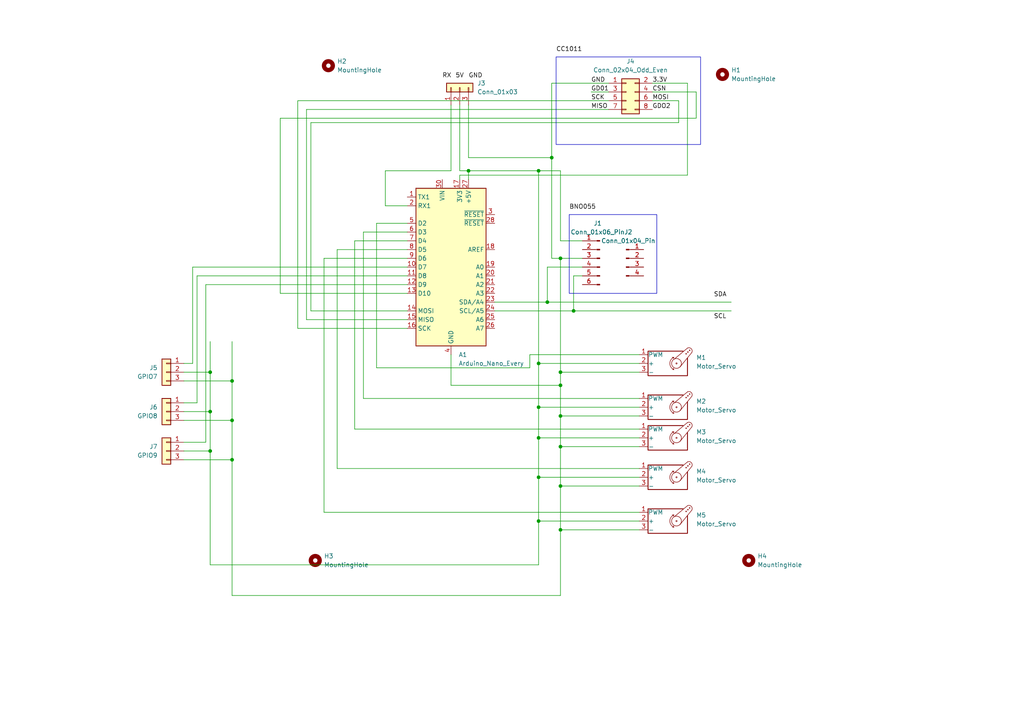
<source format=kicad_sch>
(kicad_sch (version 20231120) (generator "eeschema") (generator_version "8.0")
  (paper "A4")
  (lib_symbols
    (symbol "Connector:Conn_01x04_Pin" (pin_names (offset 1.016) hide)
      (property "Reference" "J" (at 0 5.08 0))
      (property "Value" "Conn_01x04_Pin" (at 0 -7.62 0))
      (symbol "Conn_01x04_Pin_1_1"
        (polyline (pts (xy 1.27 -5.08) (xy 0.8636 -5.08)) (stroke (width 0.1524)))
        (polyline (pts (xy 1.27 -2.54) (xy 0.8636 -2.54)) (stroke (width 0.1524)))
        (polyline (pts (xy 1.27 0) (xy 0.8636 0)) (stroke (width 0.1524)))
        (polyline (pts (xy 1.27 2.54) (xy 0.8636 2.54)) (stroke (width 0.1524)))
        (rectangle (start 0.8636 -4.953) (end 0 -5.207) (stroke (width 0.1524)) (fill (type outline)))
        (rectangle (start 0.8636 -2.413) (end 0 -2.667) (stroke (width 0.1524)) (fill (type outline)))
        (rectangle (start 0.8636 0.127) (end 0 -0.127) (stroke (width 0.1524)) (fill (type outline)))
        (rectangle (start 0.8636 2.667) (end 0 2.413) (stroke (width 0.1524)) (fill (type outline)))
        (pin passive line (at 5.08 2.54 180) (length 3.81) (name "Pin_1") (number "1"))
        (pin passive line (at 5.08 0 180) (length 3.81) (name "Pin_2") (number "2"))
        (pin passive line (at 5.08 -2.54 180) (length 3.81) (name "Pin_3") (number "3"))
        (pin passive line (at 5.08 -5.08 180) (length 3.81) (name "Pin_4") (number "4"))
      )
    )
    (symbol "Connector:Conn_01x06_Pin" (pin_names (offset 1.016) hide)
      (property "Reference" "J" (at 0 7.62 0))
      (property "Value" "Conn_01x06_Pin" (at 0 -10.16 0))
      (symbol "Conn_01x06_Pin_1_1"
        (polyline (pts (xy 1.27 -7.62) (xy 0.8636 -7.62)) (stroke (width 0.1524)))
        (polyline (pts (xy 1.27 -5.08) (xy 0.8636 -5.08)) (stroke (width 0.1524)))
        (polyline (pts (xy 1.27 -2.54) (xy 0.8636 -2.54)) (stroke (width 0.1524)))
        (polyline (pts (xy 1.27 0) (xy 0.8636 0)) (stroke (width 0.1524)))
        (polyline (pts (xy 1.27 2.54) (xy 0.8636 2.54)) (stroke (width 0.1524)))
        (polyline (pts (xy 1.27 5.08) (xy 0.8636 5.08)) (stroke (width 0.1524)))
        (rectangle (start 0.8636 -7.493) (end 0 -7.747) (stroke (width 0.1524)) (fill (type outline)))
        (rectangle (start 0.8636 -4.953) (end 0 -5.207) (stroke (width 0.1524)) (fill (type outline)))
        (rectangle (start 0.8636 -2.413) (end 0 -2.667) (stroke (width 0.1524)) (fill (type outline)))
        (rectangle (start 0.8636 0.127) (end 0 -0.127) (stroke (width 0.1524)) (fill (type outline)))
        (rectangle (start 0.8636 2.667) (end 0 2.413) (stroke (width 0.1524)) (fill (type outline)))
        (rectangle (start 0.8636 5.207) (end 0 4.953) (stroke (width 0.1524)) (fill (type outline)))
        (pin passive line (at 5.08 5.08 180) (length 3.81) (name "Pin_1") (number "1"))
        (pin passive line (at 5.08 2.54 180) (length 3.81) (name "Pin_2") (number "2"))
        (pin passive line (at 5.08 0 180) (length 3.81) (name "Pin_3") (number "3"))
        (pin passive line (at 5.08 -2.54 180) (length 3.81) (name "Pin_4") (number "4"))
        (pin passive line (at 5.08 -5.08 180) (length 3.81) (name "Pin_5") (number "5"))
        (pin passive line (at 5.08 -7.62 180) (length 3.81) (name "Pin_6") (number "6"))
      )
    )
    (symbol "Connector_Generic:Conn_01x03" (pin_names (offset 1.016) hide)
      (property "Reference" "J" (at 0 5.08 0))
      (property "Value" "Conn_01x03" (at 0 -5.08 0))
      (symbol "Conn_01x03_1_1"
        (rectangle (start -1.27 -2.413) (end 0 -2.667) (stroke (width 0.1524)))
        (rectangle (start -1.27 0.127) (end 0 -0.127) (stroke (width 0.1524)))
        (rectangle (start -1.27 2.667) (end 0 2.413) (stroke (width 0.1524)))
        (rectangle (start -1.27 3.81) (end 1.27 -3.81) (stroke (width 0.254)) (fill (type background)))
        (pin passive line (at -5.08 2.54 0) (length 3.81) (name "Pin_1") (number "1"))
        (pin passive line (at -5.08 0 0) (length 3.81) (name "Pin_2") (number "2"))
        (pin passive line (at -5.08 -2.54 0) (length 3.81) (name "Pin_3") (number "3"))
      )
    )
    (symbol "Connector_Generic:Conn_02x04_Odd_Even" (pin_names (offset 1.016) hide)
      (property "Reference" "J" (at 1.27 5.08 0))
      (property "Value" "Conn_02x04_Odd_Even" (at 1.27 -7.62 0))
      (symbol "Conn_02x04_Odd_Even_1_1"
        (rectangle (start -1.27 -4.953) (end 0 -5.207) (stroke (width 0.1524)))
        (rectangle (start -1.27 -2.413) (end 0 -2.667) (stroke (width 0.1524)))
        (rectangle (start -1.27 0.127) (end 0 -0.127) (stroke (width 0.1524)))
        (rectangle (start -1.27 2.667) (end 0 2.413) (stroke (width 0.1524)))
        (rectangle (start -1.27 3.81) (end 3.81 -6.35) (stroke (width 0.254)) (fill (type background)))
        (rectangle (start 3.81 -4.953) (end 2.54 -5.207) (stroke (width 0.1524)))
        (rectangle (start 3.81 -2.413) (end 2.54 -2.667) (stroke (width 0.1524)))
        (rectangle (start 3.81 0.127) (end 2.54 -0.127) (stroke (width 0.1524)))
        (rectangle (start 3.81 2.667) (end 2.54 2.413) (stroke (width 0.1524)))
        (pin passive line (at -5.08 2.54 0) (length 3.81) (name "Pin_1") (number "1"))
        (pin passive line (at 7.62 2.54 180) (length 3.81) (name "Pin_2") (number "2"))
        (pin passive line (at -5.08 0 0) (length 3.81) (name "Pin_3") (number "3"))
        (pin passive line (at 7.62 0 180) (length 3.81) (name "Pin_4") (number "4"))
        (pin passive line (at -5.08 -2.54 0) (length 3.81) (name "Pin_5") (number "5"))
        (pin passive line (at 7.62 -2.54 180) (length 3.81) (name "Pin_6") (number "6"))
        (pin passive line (at -5.08 -5.08 0) (length 3.81) (name "Pin_7") (number "7"))
        (pin passive line (at 7.62 -5.08 180) (length 3.81) (name "Pin_8") (number "8"))
      )
    )
    (symbol "MCU_Module:Arduino_Nano_Every"
      (property "Reference" "A" (at -10.16 23.495 0))
      (property "Value" "Arduino_Nano_Every" (at 5.08 -24.13 0))
      (symbol "Arduino_Nano_Every_0_1"
        (rectangle (start -10.16 22.86) (end 10.16 -22.86) (stroke (width 0.254)) (fill (type background)))
      )
      (symbol "Arduino_Nano_Every_1_1"
        (pin bidirectional line (at -12.7 20.32 0) (length 2.54) (name "TX1") (number "1"))
        (pin bidirectional line (at -12.7 0 0) (length 2.54) (name "D7") (number "10"))
        (pin bidirectional line (at -12.7 -2.54 0) (length 2.54) (name "D8") (number "11"))
        (pin bidirectional line (at -12.7 -5.08 0) (length 2.54) (name "D9") (number "12"))
        (pin bidirectional line (at -12.7 -7.62 0) (length 2.54) (name "D10") (number "13"))
        (pin bidirectional line (at -12.7 -12.7 0) (length 2.54) (name "MOSI") (number "14"))
        (pin bidirectional line (at -12.7 -15.24 0) (length 2.54) (name "MISO") (number "15"))
        (pin bidirectional line (at -12.7 -17.78 0) (length 2.54) (name "SCK") (number "16"))
        (pin power_out line (at 2.54 25.4 270) (length 2.54) (name "3V3") (number "17"))
        (pin input line (at 12.7 5.08 180) (length 2.54) (name "AREF") (number "18"))
        (pin bidirectional line (at 12.7 0 180) (length 2.54) (name "A0") (number "19"))
        (pin bidirectional line (at -12.7 17.78 0) (length 2.54) (name "RX1") (number "2"))
        (pin bidirectional line (at 12.7 -2.54 180) (length 2.54) (name "A1") (number "20"))
        (pin bidirectional line (at 12.7 -5.08 180) (length 2.54) (name "A2") (number "21"))
        (pin bidirectional line (at 12.7 -7.62 180) (length 2.54) (name "A3") (number "22"))
        (pin bidirectional line (at 12.7 -10.16 180) (length 2.54) (name "SDA/A4") (number "23"))
        (pin bidirectional line (at 12.7 -12.7 180) (length 2.54) (name "SCL/A5") (number "24"))
        (pin bidirectional line (at 12.7 -15.24 180) (length 2.54) (name "A6") (number "25"))
        (pin bidirectional line (at 12.7 -17.78 180) (length 2.54) (name "A7") (number "26"))
        (pin power_out line (at 5.08 25.4 270) (length 2.54) (name "+5V") (number "27"))
        (pin input line (at 12.7 12.7 180) (length 2.54) (name "~{RESET}") (number "28"))
        (pin passive line (at 0 -25.4 90) (length 2.54) hide (name "GND") (number "29"))
        (pin input line (at 12.7 15.24 180) (length 2.54) (name "~{RESET}") (number "3"))
        (pin power_in line (at -2.54 25.4 270) (length 2.54) (name "VIN") (number "30"))
        (pin power_in line (at 0 -25.4 90) (length 2.54) (name "GND") (number "4"))
        (pin bidirectional line (at -12.7 12.7 0) (length 2.54) (name "D2") (number "5"))
        (pin bidirectional line (at -12.7 10.16 0) (length 2.54) (name "D3") (number "6"))
        (pin bidirectional line (at -12.7 7.62 0) (length 2.54) (name "D4") (number "7"))
        (pin bidirectional line (at -12.7 5.08 0) (length 2.54) (name "D5") (number "8"))
        (pin bidirectional line (at -12.7 2.54 0) (length 2.54) (name "D6") (number "9"))
      )
    )
    (symbol "Mechanical:MountingHole" (pin_names (offset 1.016)) (exclude_from_sim yes) (in_bom no)
      (property "Reference" "H" (at 0 5.08 0))
      (property "Value" "MountingHole" (at 0 3.175 0))
      (symbol "MountingHole_0_1"
        (circle (center 0 0) (radius 1.27) (stroke (width 1.27)))
      )
    )
    (symbol "Motor:Motor_Servo" (pin_names (offset 0.0254))
      (property "Reference" "M" (at -5.08 4.445 0))
      (property "Value" "Motor_Servo" (at -5.08 -4.064 0))
      (symbol "Motor_Servo_0_1"
        (polyline (pts (xy 2.413 -1.778) (xy 2.032 -1.778)))
        (polyline (pts (xy 2.413 -1.778) (xy 2.286 -1.397)))
        (polyline (pts (xy 2.413 1.778) (xy 1.905 1.778)))
        (polyline (pts (xy 2.413 1.778) (xy 2.286 1.397)))
        (polyline (pts (xy 6.35 4.445) (xy 2.54 1.27)))
        (polyline (pts (xy 7.62 3.175) (xy 4.191 -1.016)))
        (polyline (pts (xy 5.08 3.556) (xy -5.08 3.556) (xy -5.08 -3.556) (xy 6.35 -3.556) (xy 6.35 1.524)) (stroke (width 0.254)))
        (arc (start 2.413 1.778) (mid 1.2406 0) (end 2.413 -1.778))
        (circle (center 3.175 0) (radius 0.1778))
        (circle (center 3.175 0) (radius 1.4224))
        (circle (center 5.969 2.794) (radius 0.127))
        (circle (center 6.477 3.302) (radius 0.127))
        (circle (center 6.985 3.81) (radius 0.127))
        (arc (start 7.62 3.175) (mid 7.4485 4.2735) (end 6.35 4.445))
      )
      (symbol "Motor_Servo_1_1"
        (pin passive line (at -7.62 2.54 0) (length 2.54) (name "PWM") (number "1"))
        (pin passive line (at -7.62 0 0) (length 2.54) (name "+") (number "2"))
        (pin passive line (at -7.62 -2.54 0) (length 2.54) (name "-") (number "3"))
      )
    )
  )
  (junction (at 60.96 119.38))
  (junction (at 60.96 130.81))
  (junction (at 166.37 90.17))
  (junction (at 160.02 45.72))
  (junction (at 162.56 74.93))
  (junction (at 67.31 133.35))
  (junction (at 162.56 107.95))
  (junction (at 162.56 153.67))
  (junction (at 135.89 49.53))
  (junction (at 156.21 138.43))
  (junction (at 158.75 87.63))
  (junction (at 156.21 151.13))
  (junction (at 60.96 107.95))
  (junction (at 162.56 111.76))
  (junction (at 156.21 49.53))
  (junction (at 162.56 129.54))
  (junction (at 162.56 120.65))
  (junction (at 162.56 140.97))
  (junction (at 67.31 121.92))
  (junction (at 156.21 105.41))
  (junction (at 156.21 127))
  (junction (at 67.31 110.49))
  (junction (at 156.21 118.11))
  (wire (pts (xy 86.36 95.25) (xy 86.36 29.21)))
  (wire (pts (xy 130.81 30.48) (xy 130.81 49.53)))
  (wire (pts (xy 156.21 49.53) (xy 135.89 49.53)))
  (wire (pts (xy 60.96 119.38) (xy 60.96 130.81)))
  (wire (pts (xy 156.21 151.13) (xy 185.42 151.13)))
  (wire (pts (xy 156.21 127) (xy 156.21 138.43)))
  (wire (pts (xy 118.11 90.17) (xy 90.17 90.17)))
  (wire (pts (xy 130.81 49.53) (xy 111.76 49.53)))
  (wire (pts (xy 162.56 140.97) (xy 185.42 140.97)))
  (wire (pts (xy 185.42 115.57) (xy 105.41 115.57)))
  (wire (pts (xy 130.81 102.87) (xy 130.81 111.76)))
  (wire (pts (xy 189.23 24.13) (xy 199.39 24.13)))
  (wire (pts (xy 162.56 129.54) (xy 162.56 140.97)))
  (wire (pts (xy 133.35 50.8) (xy 199.39 50.8)))
  (wire (pts (xy 55.88 77.47) (xy 118.11 77.47)))
  (wire (pts (xy 53.34 119.38) (xy 60.96 119.38)))
  (wire (pts (xy 162.56 49.53) (xy 162.56 69.85)))
  (wire (pts (xy 162.56 172.72) (xy 67.31 172.72)))
  (wire (pts (xy 156.21 118.11) (xy 156.21 127)))
  (wire (pts (xy 156.21 118.11) (xy 185.42 118.11)))
  (wire (pts (xy 162.56 69.85) (xy 168.91 69.85)))
  (wire (pts (xy 53.34 121.92) (xy 67.31 121.92)))
  (wire (pts (xy 196.85 35.56) (xy 196.85 29.21)))
  (wire (pts (xy 133.35 49.53) (xy 135.89 49.53)))
  (wire (pts (xy 156.21 127) (xy 185.42 127)))
  (wire (pts (xy 97.79 72.39) (xy 118.11 72.39)))
  (wire (pts (xy 90.17 35.56) (xy 196.85 35.56)))
  (wire (pts (xy 90.17 90.17) (xy 90.17 35.56)))
  (wire (pts (xy 196.85 29.21) (xy 189.23 29.21)))
  (wire (pts (xy 162.56 153.67) (xy 162.56 172.72)))
  (wire (pts (xy 67.31 133.35) (xy 67.31 172.72)))
  (wire (pts (xy 201.93 26.67) (xy 189.23 26.67)))
  (wire (pts (xy 60.96 130.81) (xy 60.96 163.83)))
  (wire (pts (xy 105.41 115.57) (xy 105.41 67.31)))
  (wire (pts (xy 160.02 45.72) (xy 135.89 45.72)))
  (wire (pts (xy 171.45 26.67) (xy 176.53 26.67)))
  (wire (pts (xy 57.15 80.01) (xy 118.11 80.01)))
  (wire (pts (xy 53.34 107.95) (xy 60.96 107.95)))
  (wire (pts (xy 53.34 130.81) (xy 60.96 130.81)))
  (wire (pts (xy 59.69 128.27) (xy 59.69 82.55)))
  (wire (pts (xy 162.56 153.67) (xy 185.42 153.67)))
  (wire (pts (xy 55.88 105.41) (xy 55.88 77.47)))
  (wire (pts (xy 130.81 111.76) (xy 162.56 111.76)))
  (wire (pts (xy 81.28 85.09) (xy 81.28 34.29)))
  (wire (pts (xy 57.15 80.01) (xy 57.15 116.84)))
  (wire (pts (xy 160.02 74.93) (xy 162.56 74.93)))
  (wire (pts (xy 88.9 31.75) (xy 88.9 92.71)))
  (wire (pts (xy 81.28 34.29) (xy 201.93 34.29)))
  (wire (pts (xy 133.35 30.48) (xy 133.35 49.53)))
  (wire (pts (xy 153.67 102.87) (xy 185.42 102.87)))
  (wire (pts (xy 53.34 110.49) (xy 67.31 110.49)))
  (wire (pts (xy 156.21 138.43) (xy 185.42 138.43)))
  (wire (pts (xy 158.75 77.47) (xy 168.91 77.47)))
  (wire (pts (xy 133.35 52.07) (xy 133.35 50.8)))
  (wire (pts (xy 53.34 128.27) (xy 59.69 128.27)))
  (wire (pts (xy 162.56 74.93) (xy 162.56 107.95)))
  (wire (pts (xy 199.39 50.8) (xy 199.39 24.13)))
  (wire (pts (xy 135.89 30.48) (xy 135.89 45.72)))
  (wire (pts (xy 158.75 87.63) (xy 212.09 87.63)))
  (wire (pts (xy 153.67 102.87) (xy 153.67 106.68)))
  (wire (pts (xy 111.76 49.53) (xy 111.76 59.69)))
  (wire (pts (xy 97.79 135.89) (xy 97.79 72.39)))
  (wire (pts (xy 162.56 129.54) (xy 185.42 129.54)))
  (wire (pts (xy 109.22 64.77) (xy 118.11 64.77)))
  (wire (pts (xy 166.37 90.17) (xy 166.37 80.01)))
  (wire (pts (xy 143.51 87.63) (xy 158.75 87.63)))
  (wire (pts (xy 143.51 90.17) (xy 166.37 90.17)))
  (wire (pts (xy 162.56 140.97) (xy 162.56 153.67)))
  (wire (pts (xy 162.56 49.53) (xy 156.21 49.53)))
  (wire (pts (xy 109.22 64.77) (xy 109.22 106.68)))
  (wire (pts (xy 185.42 148.59) (xy 93.98 148.59)))
  (wire (pts (xy 67.31 110.49) (xy 67.31 121.92)))
  (wire (pts (xy 162.56 107.95) (xy 162.56 111.76)))
  (wire (pts (xy 67.31 99.06) (xy 67.31 110.49)))
  (wire (pts (xy 166.37 90.17) (xy 212.09 90.17)))
  (wire (pts (xy 111.76 59.69) (xy 118.11 59.69)))
  (wire (pts (xy 67.31 121.92) (xy 67.31 133.35)))
  (wire (pts (xy 59.69 82.55) (xy 118.11 82.55)))
  (wire (pts (xy 162.56 120.65) (xy 162.56 129.54)))
  (wire (pts (xy 158.75 87.63) (xy 158.75 77.47)))
  (wire (pts (xy 88.9 31.75) (xy 176.53 31.75)))
  (wire (pts (xy 162.56 111.76) (xy 162.56 120.65)))
  (wire (pts (xy 53.34 133.35) (xy 67.31 133.35)))
  (wire (pts (xy 160.02 24.13) (xy 160.02 45.72)))
  (wire (pts (xy 60.96 107.95) (xy 60.96 119.38)))
  (wire (pts (xy 60.96 99.06) (xy 60.96 107.95)))
  (wire (pts (xy 185.42 124.46) (xy 102.87 124.46)))
  (wire (pts (xy 162.56 120.65) (xy 185.42 120.65)))
  (wire (pts (xy 88.9 92.71) (xy 118.11 92.71)))
  (wire (pts (xy 135.89 49.53) (xy 135.89 52.07)))
  (wire (pts (xy 160.02 45.72) (xy 160.02 74.93)))
  (wire (pts (xy 102.87 69.85) (xy 118.11 69.85)))
  (wire (pts (xy 201.93 34.29) (xy 201.93 26.67)))
  (wire (pts (xy 185.42 135.89) (xy 97.79 135.89)))
  (wire (pts (xy 162.56 74.93) (xy 168.91 74.93)))
  (wire (pts (xy 156.21 138.43) (xy 156.21 151.13)))
  (wire (pts (xy 176.53 24.13) (xy 160.02 24.13)))
  (wire (pts (xy 105.41 67.31) (xy 118.11 67.31)))
  (wire (pts (xy 102.87 124.46) (xy 102.87 69.85)))
  (wire (pts (xy 93.98 74.93) (xy 118.11 74.93)))
  (wire (pts (xy 118.11 85.09) (xy 81.28 85.09)))
  (wire (pts (xy 166.37 80.01) (xy 168.91 80.01)))
  (wire (pts (xy 156.21 105.41) (xy 156.21 118.11)))
  (wire (pts (xy 156.21 105.41) (xy 185.42 105.41)))
  (wire (pts (xy 86.36 29.21) (xy 176.53 29.21)))
  (wire (pts (xy 86.36 95.25) (xy 118.11 95.25)))
  (wire (pts (xy 109.22 106.68) (xy 153.67 106.68)))
  (wire (pts (xy 162.56 107.95) (xy 185.42 107.95)))
  (wire (pts (xy 156.21 151.13) (xy 156.21 163.83)))
  (wire (pts (xy 93.98 74.93) (xy 93.98 148.59)))
  (wire (pts (xy 53.34 116.84) (xy 57.15 116.84)))
  (wire (pts (xy 156.21 163.83) (xy 60.96 163.83)))
  (wire (pts (xy 53.34 105.41) (xy 55.88 105.41)))
  (wire (pts (xy 156.21 49.53) (xy 156.21 105.41)))
  (rectangle (start 165.1 62.23) (end 190.5 85.09))
  (rectangle (start 161.29 16.51) (end 203.2 41.91))
  (label "SCL" (at 207.01 92.71 0))
  (label "GD01" (at 171.45 26.67 0))
  (label "MISO" (at 171.45 31.75 0))
  (label "CC1011" (at 161.29 15.24 0))
  (label "BNO055" (at 165.1 60.96 0))
  (label "CSN" (at 189.23 26.67 0))
  (label "5V" (at 132.08 22.86 0))
  (label "GND" (at 135.89 22.86 0))
  (label "GND" (at 171.45 24.13 0))
  (label "SCK" (at 171.45 29.21 0))
  (label "GDO2" (at 189.23 31.75 0))
  (label "3.3V" (at 189.23 24.13 0))
  (label "RX" (at 128.27 22.86 0))
  (label "SDA" (at 207.01 86.36 0))
  (label "MOSI" (at 189.23 29.21 0))
  (symbol (lib_id "Mechanical:MountingHole") (at 217.17 162.56 0) (unit 1) (exclude_from_sim yes) (in_bom no)
    (property "Reference" "H4" (at 219.71 161.2899 0) (effects (justify left)))
    (property "Value" "MountingHole" (at 219.71 163.8299 0) (effects (justify left)))
    (property "Footprint" "MountingHole:MountingHole_3mm" (effects (hide yes)))
    (property "Description" "Mounting Hole without connection" (effects (hide yes)))
  )
  (symbol (lib_id "Connector_Generic:Conn_01x03") (at 48.26 119.38 0) (mirror y) (unit 1)
    (property "Reference" "J6" (at 45.72 118.1099 0) (effects (justify left)))
    (property "Value" "GPIO8" (at 45.72 120.6499 0) (effects (justify left)))
    (property "Footprint" "Connector_PinHeader_2.54mm:PinHeader_1x03_P2.54mm_Vertical" (effects (hide yes)))
    (property "Description" "Generic connector, single row, 01x03, script generated (kicad-library-utils/schlib/autogen/connector/)" (effects (hide yes)))
  )
  (symbol (lib_id "Motor:Motor_Servo") (at 193.04 118.11 0) (unit 1)
    (property "Reference" "M2" (at 201.93 116.4065 0) (effects (justify left)))
    (property "Value" "Motor_Servo" (at 201.93 118.9465 0) (effects (justify left)))
    (property "Footprint" "Connector_PinHeader_2.54mm:PinHeader_1x03_P2.54mm_Vertical" (effects (hide yes)))
    (property "Datasheet" "http://forums.parallax.com/uploads/attachments/46831/74481.png" (effects (hide yes)))
    (property "Description" "Servo Motor (Futaba, HiTec, JR connector)" (effects (hide yes)))
  )
  (symbol (lib_id "Connector_Generic:Conn_01x03") (at 48.26 107.95 0) (mirror y) (unit 1)
    (property "Reference" "J5" (at 45.72 106.6799 0) (effects (justify left)))
    (property "Value" "GPIO7" (at 45.72 109.2199 0) (effects (justify left)))
    (property "Footprint" "Connector_PinHeader_2.54mm:PinHeader_1x03_P2.54mm_Vertical" (effects (hide yes)))
    (property "Description" "Generic connector, single row, 01x03, script generated (kicad-library-utils/schlib/autogen/connector/)" (effects (hide yes)))
  )
  (symbol (lib_id "Connector_Generic:Conn_02x04_Odd_Even") (at 181.61 26.67 0) (unit 1)
    (property "Reference" "J4" (at 182.88 17.78 0))
    (property "Value" "Conn_02x04_Odd_Even" (at 182.88 20.32 0))
    (property "Footprint" "Connector_PinSocket_2.54mm:PinSocket_2x04_P2.54mm_Vertical" (effects (hide yes)))
    (property "Description" "Generic connector, double row, 02x04, odd/even pin numbering scheme (row 1 odd numbers, row 2 even numbers), script generated (kicad-library-utils/schlib/autogen/connector/)" (effects (hide yes)))
  )
  (symbol (lib_id "Connector:Conn_01x04_Pin") (at 181.61 74.93 0) (unit 1)
    (property "Reference" "J2" (at 182.245 67.31 0))
    (property "Value" "Conn_01x04_Pin" (at 182.245 69.85 0))
    (property "Footprint" "Connector_PinSocket_2.54mm:PinSocket_1x04_P2.54mm_Vertical" (effects (hide yes)))
    (property "Description" "Generic connector, single row, 01x04, script generated" (effects (hide yes)))
  )
  (symbol (lib_id "Motor:Motor_Servo") (at 193.04 151.13 0) (unit 1)
    (property "Reference" "M5" (at 201.93 149.4265 0) (effects (justify left)))
    (property "Value" "Motor_Servo" (at 201.93 151.9665 0) (effects (justify left)))
    (property "Footprint" "Connector_PinHeader_2.54mm:PinHeader_1x03_P2.54mm_Vertical" (effects (hide yes)))
    (property "Datasheet" "http://forums.parallax.com/uploads/attachments/46831/74481.png" (effects (hide yes)))
    (property "Description" "Servo Motor (Futaba, HiTec, JR connector)" (effects (hide yes)))
  )
  (symbol (lib_id "Mechanical:MountingHole") (at 91.44 162.56 0) (unit 1) (exclude_from_sim yes) (in_bom no)
    (property "Reference" "H3" (at 93.98 161.2899 0) (effects (justify left)))
    (property "Value" "MountingHole" (at 93.98 163.8299 0) (effects (justify left)))
    (property "Footprint" "MountingHole:MountingHole_3mm" (effects (hide yes)))
    (property "Description" "Mounting Hole without connection" (effects (hide yes)))
  )
  (symbol (lib_id "Motor:Motor_Servo") (at 193.04 105.41 0) (unit 1)
    (property "Reference" "M1" (at 201.93 103.7065 0) (effects (justify left)))
    (property "Value" "Motor_Servo" (at 201.93 106.2465 0) (effects (justify left)))
    (property "Footprint" "Connector_PinHeader_2.54mm:PinHeader_1x03_P2.54mm_Vertical" (effects (hide yes)))
    (property "Datasheet" "http://forums.parallax.com/uploads/attachments/46831/74481.png" (effects (hide yes)))
    (property "Description" "Servo Motor (Futaba, HiTec, JR connector)" (effects (hide yes)))
  )
  (symbol (lib_id "Mechanical:MountingHole") (at 95.25 19.05 0) (unit 1) (exclude_from_sim yes) (in_bom no)
    (property "Reference" "H2" (at 97.79 17.7799 0) (effects (justify left)))
    (property "Value" "MountingHole" (at 97.79 20.3199 0) (effects (justify left)))
    (property "Footprint" "MountingHole:MountingHole_3mm" (effects (hide yes)))
    (property "Description" "Mounting Hole without connection" (effects (hide yes)))
  )
  (symbol (lib_id "Motor:Motor_Servo") (at 193.04 127 0) (unit 1)
    (property "Reference" "M3" (at 201.93 125.2965 0) (effects (justify left)))
    (property "Value" "Motor_Servo" (at 201.93 127.8365 0) (effects (justify left)))
    (property "Footprint" "Connector_PinHeader_2.54mm:PinHeader_1x03_P2.54mm_Vertical" (effects (hide yes)))
    (property "Datasheet" "http://forums.parallax.com/uploads/attachments/46831/74481.png" (effects (hide yes)))
    (property "Description" "Servo Motor (Futaba, HiTec, JR connector)" (effects (hide yes)))
  )
  (symbol (lib_id "Connector_Generic:Conn_01x03") (at 48.26 130.81 0) (mirror y) (unit 1)
    (property "Reference" "J7" (at 45.72 129.5399 0) (effects (justify left)))
    (property "Value" "GPIO9" (at 45.72 132.0799 0) (effects (justify left)))
    (property "Footprint" "Connector_PinHeader_2.54mm:PinHeader_1x03_P2.54mm_Vertical" (effects (hide yes)))
    (property "Description" "Generic connector, single row, 01x03, script generated (kicad-library-utils/schlib/autogen/connector/)" (effects (hide yes)))
  )
  (symbol (lib_id "MCU_Module:Arduino_Nano_Every") (at 130.81 77.47 0) (unit 1)
    (property "Reference" "A1" (at 133.0041 102.87 0) (effects (justify left)))
    (property "Value" "Arduino_Nano_Every" (at 133.0041 105.41 0) (effects (justify left)))
    (property "Footprint" "Module:Arduino_Nano" (effects (hide yes)))
    (property "Datasheet" "https://content.arduino.cc/assets/NANOEveryV3.0_sch.pdf" (effects (hide yes)))
    (property "Description" "Arduino Nano Every" (effects (hide yes)))
  )
  (symbol (lib_id "Connector:Conn_01x06_Pin") (at 173.99 74.93 0) (mirror y) (unit 1)
    (property "Reference" "J1" (at 173.355 64.77 0))
    (property "Value" "Conn_01x06_Pin" (at 173.355 67.31 0))
    (property "Footprint" "Connector_PinSocket_2.54mm:PinSocket_1x06_P2.54mm_Vertical" (effects (hide yes)))
    (property "Description" "Generic connector, single row, 01x06, script generated" (effects (hide yes)))
  )
  (symbol (lib_id "Mechanical:MountingHole") (at 209.55 21.59 0) (unit 1) (exclude_from_sim yes) (in_bom no)
    (property "Reference" "H1" (at 212.09 20.3199 0) (effects (justify left)))
    (property "Value" "MountingHole" (at 212.09 22.8599 0) (effects (justify left)))
    (property "Footprint" "MountingHole:MountingHole_3mm" (effects (hide yes)))
    (property "Description" "Mounting Hole without connection" (effects (hide yes)))
  )
  (symbol (lib_id "Motor:Motor_Servo") (at 193.04 138.43 0) (unit 1)
    (property "Reference" "M4" (at 201.93 136.7265 0) (effects (justify left)))
    (property "Value" "Motor_Servo" (at 201.93 139.2665 0) (effects (justify left)))
    (property "Footprint" "Connector_PinHeader_2.54mm:PinHeader_1x03_P2.54mm_Vertical" (effects (hide yes)))
    (property "Datasheet" "http://forums.parallax.com/uploads/attachments/46831/74481.png" (effects (hide yes)))
    (property "Description" "Servo Motor (Futaba, HiTec, JR connector)" (effects (hide yes)))
  )
  (symbol (lib_id "Connector_Generic:Conn_01x03") (at 133.35 25.4 90) (unit 1)
    (property "Reference" "J3" (at 138.43 24.1299 90) (effects (justify right)))
    (property "Value" "Conn_01x03" (at 138.43 26.6699 90) (effects (justify right)))
    (property "Footprint" "Connector_PinHeader_2.54mm:PinHeader_1x03_P2.54mm_Vertical" (effects (hide yes)))
    (property "Description" "Generic connector, single row, 01x03, script generated (kicad-library-utils/schlib/autogen/connector/)" (effects (hide yes)))
  )
)
</source>
